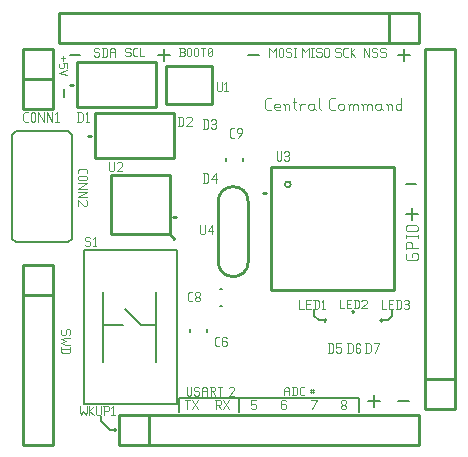
<source format=gto>
G04 This is an RS-274x file exported by *
G04 gerbv version 2.6.0 *
G04 More information is available about gerbv at *
G04 http://gerbv.gpleda.org/ *
G04 --End of header info--*
%MOIN*%
%FSLAX34Y34*%
%IPPOS*%
G04 --Define apertures--*
%ADD10C,0.0050*%
%ADD11C,0.0100*%
%ADD12C,0.0040*%
%ADD13C,0.0061*%
%ADD14C,0.0080*%
%ADD15C,0.0060*%
G04 --Start main section--*
G54D10*
G01X0013550Y0008100D02*
G01X0013550Y0008500D01*
G01X0013350Y0008300D02*
G01X0013750Y0008300D01*
G01X0013300Y0013400D02*
G01X0013300Y0013800D01*
G01X0013100Y0013600D02*
G01X0013500Y0013600D01*
G01X0013350Y0009300D02*
G01X0013700Y0009300D01*
G01X0005300Y0013400D02*
G01X0005300Y0013800D01*
G54D11*
G01X0005600Y0008200D02*
G01X0005700Y0008200D01*
G54D10*
G01X0005100Y0013600D02*
G01X0005500Y0013600D01*
G01X0002150Y0013600D02*
G01X0002500Y0013600D01*
G01X0001950Y0012450D02*
G01X0001950Y0012200D01*
G54D11*
G01X0002150Y0012600D02*
G01X0002250Y0012600D01*
G01X0002750Y0010900D02*
G01X0002850Y0010900D01*
G54D10*
G01X0008100Y0013600D02*
G01X0008450Y0013600D01*
G54D11*
G01X0008700Y0009000D02*
G01X0008600Y0009000D01*
G54D10*
G01X0005800Y0001700D02*
G01X0005800Y0002150D01*
G01X0007800Y0002150D02*
G01X0007800Y0001700D01*
G01X0005800Y0002150D02*
G01X0011800Y0002150D01*
G01X0003200Y0001550D02*
G01X0003200Y0001400D01*
G01X0003200Y0001400D02*
G01X0003500Y0001100D01*
G01X0003500Y0001100D02*
G01X0003700Y0001100D01*
G01X0003700Y0001100D02*
G01X0003650Y0001150D01*
G01X0003700Y0001100D02*
G01X0003650Y0001050D01*
G01X0012300Y0001850D02*
G01X0012300Y0002250D01*
G01X0011800Y0002150D02*
G01X0011800Y0001700D01*
G01X0012100Y0002050D02*
G01X0012500Y0002050D01*
G01X0013100Y0002050D02*
G01X0013450Y0002050D01*
G01X0011600Y0005100D02*
G01X0011600Y0005000D01*
G01X0011600Y0005000D02*
G01X0011650Y0005050D01*
G01X0011600Y0005000D02*
G01X0011550Y0005050D01*
G01X0010300Y0005100D02*
G01X0010300Y0004900D01*
G01X0010300Y0004900D02*
G01X0010450Y0004750D01*
G01X0010450Y0004750D02*
G01X0010700Y0004750D01*
G01X0010700Y0004750D02*
G01X0010650Y0004800D01*
G01X0010700Y0004750D02*
G01X0010650Y0004700D01*
G01X0012900Y0005100D02*
G01X0012900Y0004900D01*
G01X0012900Y0004900D02*
G01X0012750Y0004750D01*
G01X0012750Y0004750D02*
G01X0012500Y0004750D01*
G01X0012500Y0004750D02*
G01X0012550Y0004800D01*
G01X0012500Y0004750D02*
G01X0012550Y0004700D01*
G54D12*
G01X0012550Y0005426D02*
G01X0012550Y0005130D01*
G01X0012550Y0005130D02*
G01X0012698Y0005130D01*
G01X0012787Y0005293D02*
G01X0012898Y0005293D01*
G01X0012787Y0005130D02*
G01X0012935Y0005130D01*
G01X0012787Y0005426D02*
G01X0012787Y0005130D01*
G01X0012787Y0005426D02*
G01X0012935Y0005426D01*
G01X0013061Y0005426D02*
G01X0013061Y0005130D01*
G01X0013157Y0005426D02*
G01X0013209Y0005374D01*
G01X0013209Y0005374D02*
G01X0013209Y0005182D01*
G01X0013157Y0005130D02*
G01X0013209Y0005182D01*
G01X0013024Y0005130D02*
G01X0013157Y0005130D01*
G01X0013024Y0005426D02*
G01X0013157Y0005426D01*
G01X0013297Y0005389D02*
G01X0013334Y0005426D01*
G01X0013334Y0005426D02*
G01X0013408Y0005426D01*
G01X0013408Y0005426D02*
G01X0013445Y0005389D01*
G01X0013408Y0005130D02*
G01X0013445Y0005167D01*
G01X0013334Y0005130D02*
G01X0013408Y0005130D01*
G01X0013297Y0005167D02*
G01X0013334Y0005130D01*
G01X0013334Y0005293D02*
G01X0013408Y0005293D01*
G01X0013445Y0005389D02*
G01X0013445Y0005330D01*
G01X0013445Y0005256D02*
G01X0013445Y0005167D01*
G01X0013445Y0005256D02*
G01X0013408Y0005293D01*
G01X0013445Y0005330D02*
G01X0013408Y0005293D01*
G01X0009800Y0005426D02*
G01X0009800Y0005130D01*
G01X0009800Y0005130D02*
G01X0009948Y0005130D01*
G01X0010037Y0005293D02*
G01X0010148Y0005293D01*
G01X0010037Y0005130D02*
G01X0010185Y0005130D01*
G01X0010037Y0005426D02*
G01X0010037Y0005130D01*
G01X0010037Y0005426D02*
G01X0010185Y0005426D01*
G01X0010311Y0005426D02*
G01X0010311Y0005130D01*
G01X0010407Y0005426D02*
G01X0010459Y0005374D01*
G01X0010459Y0005374D02*
G01X0010459Y0005182D01*
G01X0010407Y0005130D02*
G01X0010459Y0005182D01*
G01X0010274Y0005130D02*
G01X0010407Y0005130D01*
G01X0010274Y0005426D02*
G01X0010407Y0005426D01*
G01X0010547Y0005367D02*
G01X0010607Y0005426D01*
G01X0010607Y0005426D02*
G01X0010607Y0005130D01*
G01X0010547Y0005130D02*
G01X0010658Y0005130D01*
G01X0011150Y0005428D02*
G01X0011150Y0005140D01*
G01X0011150Y0005140D02*
G01X0011294Y0005140D01*
G01X0011380Y0005298D02*
G01X0011488Y0005298D01*
G01X0011380Y0005140D02*
G01X0011524Y0005140D01*
G01X0011380Y0005428D02*
G01X0011380Y0005140D01*
G01X0011380Y0005428D02*
G01X0011524Y0005428D01*
G01X0011647Y0005428D02*
G01X0011647Y0005140D01*
G01X0011740Y0005428D02*
G01X0011791Y0005378D01*
G01X0011791Y0005378D02*
G01X0011791Y0005190D01*
G01X0011740Y0005140D02*
G01X0011791Y0005190D01*
G01X0011611Y0005140D02*
G01X0011740Y0005140D01*
G01X0011611Y0005428D02*
G01X0011740Y0005428D01*
G01X0011877Y0005392D02*
G01X0011913Y0005428D01*
G01X0011913Y0005428D02*
G01X0012021Y0005428D01*
G01X0012021Y0005428D02*
G01X0012057Y0005392D01*
G01X0012057Y0005392D02*
G01X0012057Y0005320D01*
G01X0011877Y0005140D02*
G01X0012057Y0005320D01*
G01X0011877Y0005140D02*
G01X0012057Y0005140D01*
G01X0008200Y0002076D02*
G01X0008348Y0002076D01*
G01X0008200Y0002076D02*
G01X0008200Y0001928D01*
G01X0008200Y0001928D02*
G01X0008237Y0001965D01*
G01X0008237Y0001965D02*
G01X0008311Y0001965D01*
G01X0008311Y0001965D02*
G01X0008348Y0001928D01*
G01X0008348Y0001928D02*
G01X0008348Y0001817D01*
G01X0008311Y0001780D02*
G01X0008348Y0001817D01*
G01X0008237Y0001780D02*
G01X0008311Y0001780D01*
G01X0008200Y0001817D02*
G01X0008237Y0001780D01*
G01X0006000Y0002076D02*
G01X0006148Y0002076D01*
G01X0006074Y0002076D02*
G01X0006074Y0001780D01*
G01X0006237Y0001780D02*
G01X0006422Y0002076D01*
G01X0006237Y0002076D02*
G01X0006422Y0001780D01*
G01X0007000Y0002076D02*
G01X0007148Y0002076D01*
G01X0007148Y0002076D02*
G01X0007185Y0002039D01*
G01X0007185Y0002039D02*
G01X0007185Y0001965D01*
G01X0007148Y0001928D02*
G01X0007185Y0001965D01*
G01X0007037Y0001928D02*
G01X0007148Y0001928D01*
G01X0007037Y0002076D02*
G01X0007037Y0001780D01*
G01X0007096Y0001928D02*
G01X0007185Y0001780D01*
G01X0007274Y0001780D02*
G01X0007459Y0002076D01*
G01X0007274Y0002076D02*
G01X0007459Y0001780D01*
G01X0006050Y0002527D02*
G01X0006050Y0002272D01*
G01X0006050Y0002272D02*
G01X0006087Y0002235D01*
G01X0006087Y0002235D02*
G01X0006160Y0002235D01*
G01X0006160Y0002235D02*
G01X0006196Y0002272D01*
G01X0006196Y0002527D02*
G01X0006196Y0002272D01*
G01X0006430Y0002527D02*
G01X0006466Y0002491D01*
G01X0006320Y0002527D02*
G01X0006430Y0002527D01*
G01X0006284Y0002491D02*
G01X0006320Y0002527D01*
G01X0006284Y0002491D02*
G01X0006284Y0002418D01*
G01X0006284Y0002418D02*
G01X0006320Y0002381D01*
G01X0006320Y0002381D02*
G01X0006430Y0002381D01*
G01X0006430Y0002381D02*
G01X0006466Y0002345D01*
G01X0006466Y0002345D02*
G01X0006466Y0002272D01*
G01X0006430Y0002235D02*
G01X0006466Y0002272D01*
G01X0006320Y0002235D02*
G01X0006430Y0002235D01*
G01X0006284Y0002272D02*
G01X0006320Y0002235D01*
G01X0006554Y0002454D02*
G01X0006554Y0002235D01*
G01X0006554Y0002454D02*
G01X0006605Y0002527D01*
G01X0006605Y0002527D02*
G01X0006685Y0002527D01*
G01X0006685Y0002527D02*
G01X0006736Y0002454D01*
G01X0006736Y0002454D02*
G01X0006736Y0002235D01*
G01X0006554Y0002381D02*
G01X0006736Y0002381D01*
G01X0006824Y0002527D02*
G01X0006970Y0002527D01*
G01X0006970Y0002527D02*
G01X0007006Y0002491D01*
G01X0007006Y0002491D02*
G01X0007006Y0002418D01*
G01X0006970Y0002381D02*
G01X0007006Y0002418D01*
G01X0006860Y0002381D02*
G01X0006970Y0002381D01*
G01X0006860Y0002527D02*
G01X0006860Y0002235D01*
G01X0006919Y0002381D02*
G01X0007006Y0002235D01*
G01X0007094Y0002527D02*
G01X0007240Y0002527D01*
G01X0007167Y0002527D02*
G01X0007167Y0002235D01*
G01X0007459Y0002491D02*
G01X0007495Y0002527D01*
G01X0007495Y0002527D02*
G01X0007605Y0002527D01*
G01X0007605Y0002527D02*
G01X0007641Y0002491D01*
G01X0007641Y0002491D02*
G01X0007641Y0002418D01*
G01X0007459Y0002235D02*
G01X0007641Y0002418D01*
G01X0007459Y0002235D02*
G01X0007641Y0002235D01*
G01X0009311Y0002076D02*
G01X0009348Y0002039D01*
G01X0009237Y0002076D02*
G01X0009311Y0002076D01*
G01X0009200Y0002039D02*
G01X0009237Y0002076D01*
G01X0009200Y0002039D02*
G01X0009200Y0001817D01*
G01X0009200Y0001817D02*
G01X0009237Y0001780D01*
G01X0009311Y0001943D02*
G01X0009348Y0001906D01*
G01X0009200Y0001943D02*
G01X0009311Y0001943D01*
G01X0009237Y0001780D02*
G01X0009311Y0001780D01*
G01X0009311Y0001780D02*
G01X0009348Y0001817D01*
G01X0009348Y0001906D02*
G01X0009348Y0001817D01*
G01X0010236Y0001795D02*
G01X0010378Y0002079D01*
G01X0010200Y0002079D02*
G01X0010378Y0002079D01*
G01X0011200Y0001817D02*
G01X0011237Y0001780D01*
G01X0011200Y0001876D02*
G01X0011200Y0001817D01*
G01X0011200Y0001876D02*
G01X0011252Y0001928D01*
G01X0011252Y0001928D02*
G01X0011296Y0001928D01*
G01X0011296Y0001928D02*
G01X0011348Y0001876D01*
G01X0011348Y0001876D02*
G01X0011348Y0001817D01*
G01X0011311Y0001780D02*
G01X0011348Y0001817D01*
G01X0011237Y0001780D02*
G01X0011311Y0001780D01*
G01X0011200Y0001980D02*
G01X0011252Y0001928D01*
G01X0011200Y0002039D02*
G01X0011200Y0001980D01*
G01X0011200Y0002039D02*
G01X0011237Y0002076D01*
G01X0011237Y0002076D02*
G01X0011311Y0002076D01*
G01X0011311Y0002076D02*
G01X0011348Y0002039D01*
G01X0011348Y0002039D02*
G01X0011348Y0001980D01*
G01X0011296Y0001928D02*
G01X0011348Y0001980D01*
G01X0009300Y0002460D02*
G01X0009300Y0002250D01*
G01X0009300Y0002460D02*
G01X0009349Y0002530D01*
G01X0009349Y0002530D02*
G01X0009426Y0002530D01*
G01X0009426Y0002530D02*
G01X0009475Y0002460D01*
G01X0009475Y0002460D02*
G01X0009475Y0002250D01*
G01X0009300Y0002390D02*
G01X0009475Y0002390D01*
G01X0009594Y0002530D02*
G01X0009594Y0002250D01*
G01X0009685Y0002530D02*
G01X0009734Y0002481D01*
G01X0009734Y0002481D02*
G01X0009734Y0002299D01*
G01X0009685Y0002250D02*
G01X0009734Y0002299D01*
G01X0009559Y0002250D02*
G01X0009685Y0002250D01*
G01X0009559Y0002530D02*
G01X0009685Y0002530D01*
G01X0009867Y0002250D02*
G01X0009958Y0002250D01*
G01X0009818Y0002299D02*
G01X0009867Y0002250D01*
G01X0009818Y0002481D02*
G01X0009818Y0002299D01*
G01X0009818Y0002481D02*
G01X0009867Y0002530D01*
G01X0009867Y0002530D02*
G01X0009958Y0002530D01*
G01X0010168Y0002355D02*
G01X0010308Y0002355D01*
G01X0010168Y0002425D02*
G01X0010308Y0002425D01*
G01X0010273Y0002460D02*
G01X0010273Y0002320D01*
G01X0010203Y0002460D02*
G01X0010203Y0002320D01*
G01X0002500Y0001877D02*
G01X0002500Y0001731D01*
G01X0002500Y0001731D02*
G01X0002537Y0001585D01*
G01X0002537Y0001585D02*
G01X0002610Y0001731D01*
G01X0002610Y0001731D02*
G01X0002683Y0001585D01*
G01X0002683Y0001585D02*
G01X0002719Y0001731D01*
G01X0002719Y0001877D02*
G01X0002719Y0001731D01*
G01X0002807Y0001877D02*
G01X0002807Y0001585D01*
G01X0002807Y0001731D02*
G01X0002953Y0001877D01*
G01X0002807Y0001731D02*
G01X0002953Y0001585D01*
G01X0003040Y0001877D02*
G01X0003040Y0001621D01*
G01X0003040Y0001621D02*
G01X0003077Y0001585D01*
G01X0003077Y0001585D02*
G01X0003150Y0001585D01*
G01X0003150Y0001585D02*
G01X0003186Y0001621D01*
G01X0003186Y0001877D02*
G01X0003186Y0001621D01*
G01X0003310Y0001877D02*
G01X0003310Y0001585D01*
G01X0003274Y0001877D02*
G01X0003420Y0001877D01*
G01X0003420Y0001877D02*
G01X0003456Y0001841D01*
G01X0003456Y0001841D02*
G01X0003456Y0001768D01*
G01X0003420Y0001731D02*
G01X0003456Y0001768D01*
G01X0003310Y0001731D02*
G01X0003420Y0001731D01*
G01X0003544Y0001819D02*
G01X0003602Y0001877D01*
G01X0003602Y0001877D02*
G01X0003602Y0001585D01*
G01X0003544Y0001585D02*
G01X0003653Y0001585D01*
G01X0001928Y0013550D02*
G01X0001928Y0013402D01*
G01X0001854Y0013476D02*
G01X0002002Y0013476D01*
G01X0002076Y0013313D02*
G01X0002076Y0013165D01*
G01X0001928Y0013313D02*
G01X0002076Y0013313D01*
G01X0001928Y0013313D02*
G01X0001965Y0013276D01*
G01X0001965Y0013276D02*
G01X0001965Y0013202D01*
G01X0001965Y0013202D02*
G01X0001928Y0013165D01*
G01X0001817Y0013165D02*
G01X0001928Y0013165D01*
G01X0001780Y0013202D02*
G01X0001817Y0013165D01*
G01X0001780Y0013276D02*
G01X0001780Y0013202D01*
G01X0001817Y0013313D02*
G01X0001780Y0013276D01*
G01X0002076Y0013076D02*
G01X0001780Y0013002D01*
G01X0001780Y0013002D02*
G01X0002076Y0012928D01*
G01X0004142Y0013829D02*
G01X0004178Y0013794D01*
G01X0004036Y0013829D02*
G01X0004142Y0013829D01*
G01X0004000Y0013794D02*
G01X0004036Y0013829D01*
G01X0004000Y0013794D02*
G01X0004000Y0013723D01*
G01X0004000Y0013723D02*
G01X0004036Y0013687D01*
G01X0004036Y0013687D02*
G01X0004142Y0013687D01*
G01X0004142Y0013687D02*
G01X0004178Y0013652D01*
G01X0004178Y0013652D02*
G01X0004178Y0013581D01*
G01X0004142Y0013545D02*
G01X0004178Y0013581D01*
G01X0004036Y0013545D02*
G01X0004142Y0013545D01*
G01X0004000Y0013581D02*
G01X0004036Y0013545D01*
G01X0004312Y0013545D02*
G01X0004405Y0013545D01*
G01X0004263Y0013595D02*
G01X0004312Y0013545D01*
G01X0004263Y0013779D02*
G01X0004263Y0013595D01*
G01X0004263Y0013779D02*
G01X0004312Y0013829D01*
G01X0004312Y0013829D02*
G01X0004405Y0013829D01*
G01X0004490Y0013829D02*
G01X0004490Y0013545D01*
G01X0004490Y0013545D02*
G01X0004632Y0013545D01*
G01X0003096Y0013827D02*
G01X0003132Y0013791D01*
G01X0002987Y0013827D02*
G01X0003096Y0013827D01*
G01X0002950Y0013791D02*
G01X0002987Y0013827D01*
G01X0002950Y0013791D02*
G01X0002950Y0013718D01*
G01X0002950Y0013718D02*
G01X0002987Y0013681D01*
G01X0002987Y0013681D02*
G01X0003096Y0013681D01*
G01X0003096Y0013681D02*
G01X0003132Y0013645D01*
G01X0003132Y0013645D02*
G01X0003132Y0013572D01*
G01X0003096Y0013535D02*
G01X0003132Y0013572D01*
G01X0002987Y0013535D02*
G01X0003096Y0013535D01*
G01X0002950Y0013572D02*
G01X0002987Y0013535D01*
G01X0003257Y0013827D02*
G01X0003257Y0013535D01*
G01X0003352Y0013827D02*
G01X0003403Y0013776D01*
G01X0003403Y0013776D02*
G01X0003403Y0013586D01*
G01X0003352Y0013535D02*
G01X0003403Y0013586D01*
G01X0003220Y0013535D02*
G01X0003352Y0013535D01*
G01X0003220Y0013827D02*
G01X0003352Y0013827D01*
G01X0003490Y0013754D02*
G01X0003490Y0013535D01*
G01X0003490Y0013754D02*
G01X0003541Y0013827D01*
G01X0003541Y0013827D02*
G01X0003622Y0013827D01*
G01X0003622Y0013827D02*
G01X0003673Y0013754D01*
G01X0003673Y0013754D02*
G01X0003673Y0013535D01*
G01X0003490Y0013681D02*
G01X0003673Y0013681D01*
G01X0008800Y0013826D02*
G01X0008800Y0013530D01*
G01X0008800Y0013826D02*
G01X0008911Y0013678D01*
G01X0008911Y0013678D02*
G01X0009022Y0013826D01*
G01X0009022Y0013826D02*
G01X0009022Y0013530D01*
G01X0009111Y0013789D02*
G01X0009111Y0013567D01*
G01X0009111Y0013789D02*
G01X0009148Y0013826D01*
G01X0009148Y0013826D02*
G01X0009222Y0013826D01*
G01X0009222Y0013826D02*
G01X0009259Y0013789D01*
G01X0009259Y0013789D02*
G01X0009259Y0013567D01*
G01X0009222Y0013530D02*
G01X0009259Y0013567D01*
G01X0009148Y0013530D02*
G01X0009222Y0013530D01*
G01X0009111Y0013567D02*
G01X0009148Y0013530D01*
G01X0009496Y0013826D02*
G01X0009533Y0013789D01*
G01X0009385Y0013826D02*
G01X0009496Y0013826D01*
G01X0009348Y0013789D02*
G01X0009385Y0013826D01*
G01X0009348Y0013789D02*
G01X0009348Y0013715D01*
G01X0009348Y0013715D02*
G01X0009385Y0013678D01*
G01X0009385Y0013678D02*
G01X0009496Y0013678D01*
G01X0009496Y0013678D02*
G01X0009533Y0013641D01*
G01X0009533Y0013641D02*
G01X0009533Y0013567D01*
G01X0009496Y0013530D02*
G01X0009533Y0013567D01*
G01X0009385Y0013530D02*
G01X0009496Y0013530D01*
G01X0009348Y0013567D02*
G01X0009385Y0013530D01*
G01X0009621Y0013826D02*
G01X0009695Y0013826D01*
G01X0009658Y0013826D02*
G01X0009658Y0013530D01*
G01X0009621Y0013530D02*
G01X0009695Y0013530D01*
G01X0005800Y0013540D02*
G01X0005944Y0013540D01*
G01X0005944Y0013540D02*
G01X0005980Y0013576D01*
G01X0005980Y0013662D02*
G01X0005980Y0013576D01*
G01X0005944Y0013698D02*
G01X0005980Y0013662D01*
G01X0005836Y0013698D02*
G01X0005944Y0013698D01*
G01X0005836Y0013828D02*
G01X0005836Y0013540D01*
G01X0005800Y0013828D02*
G01X0005944Y0013828D01*
G01X0005944Y0013828D02*
G01X0005980Y0013792D01*
G01X0005980Y0013792D02*
G01X0005980Y0013734D01*
G01X0005944Y0013698D02*
G01X0005980Y0013734D01*
G01X0006066Y0013792D02*
G01X0006066Y0013576D01*
G01X0006066Y0013792D02*
G01X0006102Y0013828D01*
G01X0006102Y0013828D02*
G01X0006174Y0013828D01*
G01X0006174Y0013828D02*
G01X0006210Y0013792D01*
G01X0006210Y0013792D02*
G01X0006210Y0013576D01*
G01X0006174Y0013540D02*
G01X0006210Y0013576D01*
G01X0006102Y0013540D02*
G01X0006174Y0013540D01*
G01X0006066Y0013576D02*
G01X0006102Y0013540D01*
G01X0006297Y0013792D02*
G01X0006297Y0013576D01*
G01X0006297Y0013792D02*
G01X0006333Y0013828D01*
G01X0006333Y0013828D02*
G01X0006405Y0013828D01*
G01X0006405Y0013828D02*
G01X0006441Y0013792D01*
G01X0006441Y0013792D02*
G01X0006441Y0013576D01*
G01X0006405Y0013540D02*
G01X0006441Y0013576D01*
G01X0006333Y0013540D02*
G01X0006405Y0013540D01*
G01X0006297Y0013576D02*
G01X0006333Y0013540D01*
G01X0006527Y0013828D02*
G01X0006671Y0013828D01*
G01X0006599Y0013828D02*
G01X0006599Y0013540D01*
G01X0006758Y0013576D02*
G01X0006794Y0013540D01*
G01X0006758Y0013792D02*
G01X0006758Y0013576D01*
G01X0006758Y0013792D02*
G01X0006794Y0013828D01*
G01X0006794Y0013828D02*
G01X0006866Y0013828D01*
G01X0006866Y0013828D02*
G01X0006902Y0013792D01*
G01X0006902Y0013792D02*
G01X0006902Y0013576D01*
G01X0006866Y0013540D02*
G01X0006902Y0013576D01*
G01X0006794Y0013540D02*
G01X0006866Y0013540D01*
G01X0006758Y0013612D02*
G01X0006902Y0013756D01*
G01X0009900Y0013827D02*
G01X0009900Y0013535D01*
G01X0009900Y0013827D02*
G01X0010010Y0013681D01*
G01X0010010Y0013681D02*
G01X0010119Y0013827D01*
G01X0010119Y0013827D02*
G01X0010119Y0013535D01*
G01X0010207Y0013827D02*
G01X0010280Y0013827D01*
G01X0010243Y0013827D02*
G01X0010243Y0013535D01*
G01X0010207Y0013535D02*
G01X0010280Y0013535D01*
G01X0010513Y0013827D02*
G01X0010550Y0013791D01*
G01X0010404Y0013827D02*
G01X0010513Y0013827D01*
G01X0010367Y0013791D02*
G01X0010404Y0013827D01*
G01X0010367Y0013791D02*
G01X0010367Y0013718D01*
G01X0010367Y0013718D02*
G01X0010404Y0013681D01*
G01X0010404Y0013681D02*
G01X0010513Y0013681D01*
G01X0010513Y0013681D02*
G01X0010550Y0013645D01*
G01X0010550Y0013645D02*
G01X0010550Y0013572D01*
G01X0010513Y0013535D02*
G01X0010550Y0013572D01*
G01X0010404Y0013535D02*
G01X0010513Y0013535D01*
G01X0010367Y0013572D02*
G01X0010404Y0013535D01*
G01X0010637Y0013791D02*
G01X0010637Y0013572D01*
G01X0010637Y0013791D02*
G01X0010674Y0013827D01*
G01X0010674Y0013827D02*
G01X0010747Y0013827D01*
G01X0010747Y0013827D02*
G01X0010783Y0013791D01*
G01X0010783Y0013791D02*
G01X0010783Y0013572D01*
G01X0010747Y0013535D02*
G01X0010783Y0013572D01*
G01X0010674Y0013535D02*
G01X0010747Y0013535D01*
G01X0010637Y0013572D02*
G01X0010674Y0013535D01*
G01X0011148Y0013826D02*
G01X0011185Y0013789D01*
G01X0011037Y0013826D02*
G01X0011148Y0013826D01*
G01X0011000Y0013789D02*
G01X0011037Y0013826D01*
G01X0011000Y0013789D02*
G01X0011000Y0013715D01*
G01X0011000Y0013715D02*
G01X0011037Y0013678D01*
G01X0011037Y0013678D02*
G01X0011148Y0013678D01*
G01X0011148Y0013678D02*
G01X0011185Y0013641D01*
G01X0011185Y0013641D02*
G01X0011185Y0013567D01*
G01X0011148Y0013530D02*
G01X0011185Y0013567D01*
G01X0011037Y0013530D02*
G01X0011148Y0013530D01*
G01X0011000Y0013567D02*
G01X0011037Y0013530D01*
G01X0011326Y0013530D02*
G01X0011422Y0013530D01*
G01X0011274Y0013582D02*
G01X0011326Y0013530D01*
G01X0011274Y0013774D02*
G01X0011274Y0013582D01*
G01X0011274Y0013774D02*
G01X0011326Y0013826D01*
G01X0011326Y0013826D02*
G01X0011422Y0013826D01*
G01X0011511Y0013826D02*
G01X0011511Y0013530D01*
G01X0011511Y0013678D02*
G01X0011659Y0013826D01*
G01X0011511Y0013678D02*
G01X0011659Y0013530D01*
G01X0011950Y0013826D02*
G01X0011950Y0013530D01*
G01X0011950Y0013826D02*
G01X0012135Y0013530D01*
G01X0012135Y0013826D02*
G01X0012135Y0013530D01*
G01X0012372Y0013826D02*
G01X0012409Y0013789D01*
G01X0012261Y0013826D02*
G01X0012372Y0013826D01*
G01X0012224Y0013789D02*
G01X0012261Y0013826D01*
G01X0012224Y0013789D02*
G01X0012224Y0013715D01*
G01X0012224Y0013715D02*
G01X0012261Y0013678D01*
G01X0012261Y0013678D02*
G01X0012372Y0013678D01*
G01X0012372Y0013678D02*
G01X0012409Y0013641D01*
G01X0012409Y0013641D02*
G01X0012409Y0013567D01*
G01X0012372Y0013530D02*
G01X0012409Y0013567D01*
G01X0012261Y0013530D02*
G01X0012372Y0013530D01*
G01X0012224Y0013567D02*
G01X0012261Y0013530D01*
G01X0012646Y0013826D02*
G01X0012683Y0013789D01*
G01X0012535Y0013826D02*
G01X0012646Y0013826D01*
G01X0012498Y0013789D02*
G01X0012535Y0013826D01*
G01X0012498Y0013789D02*
G01X0012498Y0013715D01*
G01X0012498Y0013715D02*
G01X0012535Y0013678D01*
G01X0012535Y0013678D02*
G01X0012646Y0013678D01*
G01X0012646Y0013678D02*
G01X0012683Y0013641D01*
G01X0012683Y0013641D02*
G01X0012683Y0013567D01*
G01X0012646Y0013530D02*
G01X0012683Y0013567D01*
G01X0012535Y0013530D02*
G01X0012646Y0013530D01*
G01X0012498Y0013567D02*
G01X0012535Y0013530D01*
G01X0008719Y0011760D02*
G01X0008846Y0011760D01*
G01X0008650Y0011829D02*
G01X0008719Y0011760D01*
G01X0008650Y0012083D02*
G01X0008650Y0011829D01*
G01X0008650Y0012083D02*
G01X0008719Y0012152D01*
G01X0008719Y0012152D02*
G01X0008846Y0012152D01*
G01X0009013Y0011760D02*
G01X0009160Y0011760D01*
G01X0008964Y0011809D02*
G01X0009013Y0011760D01*
G01X0008964Y0011907D02*
G01X0008964Y0011809D01*
G01X0008964Y0011907D02*
G01X0009013Y0011956D01*
G01X0009013Y0011956D02*
G01X0009111Y0011956D01*
G01X0009111Y0011956D02*
G01X0009160Y0011907D01*
G01X0008964Y0011858D02*
G01X0009160Y0011858D01*
G01X0009160Y0011907D02*
G01X0009160Y0011858D01*
G01X0009326Y0011907D02*
G01X0009326Y0011760D01*
G01X0009326Y0011907D02*
G01X0009375Y0011956D01*
G01X0009375Y0011956D02*
G01X0009424Y0011956D01*
G01X0009424Y0011956D02*
G01X0009473Y0011907D01*
G01X0009473Y0011907D02*
G01X0009473Y0011760D01*
G01X0009277Y0011956D02*
G01X0009326Y0011907D01*
G01X0009640Y0012152D02*
G01X0009640Y0011809D01*
G01X0009640Y0011809D02*
G01X0009689Y0011760D01*
G01X0009591Y0012005D02*
G01X0009689Y0012005D01*
G01X0009836Y0011907D02*
G01X0009836Y0011760D01*
G01X0009836Y0011907D02*
G01X0009885Y0011956D01*
G01X0009885Y0011956D02*
G01X0009983Y0011956D01*
G01X0009787Y0011956D02*
G01X0009836Y0011907D01*
G01X0010247Y0011956D02*
G01X0010296Y0011907D01*
G01X0010149Y0011956D02*
G01X0010247Y0011956D01*
G01X0010100Y0011907D02*
G01X0010149Y0011956D01*
G01X0010100Y0011907D02*
G01X0010100Y0011809D01*
G01X0010100Y0011809D02*
G01X0010149Y0011760D01*
G01X0010296Y0011956D02*
G01X0010296Y0011809D01*
G01X0010296Y0011809D02*
G01X0010345Y0011760D01*
G01X0010149Y0011760D02*
G01X0010247Y0011760D01*
G01X0010247Y0011760D02*
G01X0010296Y0011809D01*
G01X0010463Y0012152D02*
G01X0010463Y0011809D01*
G01X0010463Y0011809D02*
G01X0010512Y0011760D01*
G01X0010855Y0011760D02*
G01X0010982Y0011760D01*
G01X0010786Y0011829D02*
G01X0010855Y0011760D01*
G01X0010786Y0012083D02*
G01X0010786Y0011829D01*
G01X0010786Y0012083D02*
G01X0010855Y0012152D01*
G01X0010855Y0012152D02*
G01X0010982Y0012152D01*
G01X0011100Y0011907D02*
G01X0011100Y0011809D01*
G01X0011100Y0011907D02*
G01X0011149Y0011956D01*
G01X0011149Y0011956D02*
G01X0011247Y0011956D01*
G01X0011247Y0011956D02*
G01X0011296Y0011907D01*
G01X0011296Y0011907D02*
G01X0011296Y0011809D01*
G01X0011247Y0011760D02*
G01X0011296Y0011809D01*
G01X0011149Y0011760D02*
G01X0011247Y0011760D01*
G01X0011100Y0011809D02*
G01X0011149Y0011760D01*
G01X0011463Y0011907D02*
G01X0011463Y0011760D01*
G01X0011463Y0011907D02*
G01X0011512Y0011956D01*
G01X0011512Y0011956D02*
G01X0011561Y0011956D01*
G01X0011561Y0011956D02*
G01X0011610Y0011907D01*
G01X0011610Y0011907D02*
G01X0011610Y0011760D01*
G01X0011610Y0011907D02*
G01X0011659Y0011956D01*
G01X0011659Y0011956D02*
G01X0011708Y0011956D01*
G01X0011708Y0011956D02*
G01X0011757Y0011907D01*
G01X0011757Y0011907D02*
G01X0011757Y0011760D01*
G01X0011414Y0011956D02*
G01X0011463Y0011907D01*
G01X0011923Y0011907D02*
G01X0011923Y0011760D01*
G01X0011923Y0011907D02*
G01X0011972Y0011956D01*
G01X0011972Y0011956D02*
G01X0012021Y0011956D01*
G01X0012021Y0011956D02*
G01X0012070Y0011907D01*
G01X0012070Y0011907D02*
G01X0012070Y0011760D01*
G01X0012070Y0011907D02*
G01X0012119Y0011956D01*
G01X0012119Y0011956D02*
G01X0012168Y0011956D01*
G01X0012168Y0011956D02*
G01X0012217Y0011907D01*
G01X0012217Y0011907D02*
G01X0012217Y0011760D01*
G01X0011874Y0011956D02*
G01X0011923Y0011907D01*
G01X0012482Y0011956D02*
G01X0012531Y0011907D01*
G01X0012384Y0011956D02*
G01X0012482Y0011956D01*
G01X0012335Y0011907D02*
G01X0012384Y0011956D01*
G01X0012335Y0011907D02*
G01X0012335Y0011809D01*
G01X0012335Y0011809D02*
G01X0012384Y0011760D01*
G01X0012531Y0011956D02*
G01X0012531Y0011809D01*
G01X0012531Y0011809D02*
G01X0012580Y0011760D01*
G01X0012384Y0011760D02*
G01X0012482Y0011760D01*
G01X0012482Y0011760D02*
G01X0012531Y0011809D01*
G01X0012746Y0011907D02*
G01X0012746Y0011760D01*
G01X0012746Y0011907D02*
G01X0012795Y0011956D01*
G01X0012795Y0011956D02*
G01X0012844Y0011956D01*
G01X0012844Y0011956D02*
G01X0012893Y0011907D01*
G01X0012893Y0011907D02*
G01X0012893Y0011760D01*
G01X0012697Y0011956D02*
G01X0012746Y0011907D01*
G01X0013207Y0012152D02*
G01X0013207Y0011760D01*
G01X0013158Y0011760D02*
G01X0013207Y0011809D01*
G01X0013060Y0011760D02*
G01X0013158Y0011760D01*
G01X0013011Y0011809D02*
G01X0013060Y0011760D01*
G01X0013011Y0011907D02*
G01X0013011Y0011809D01*
G01X0013011Y0011907D02*
G01X0013060Y0011956D01*
G01X0013060Y0011956D02*
G01X0013158Y0011956D01*
G01X0013158Y0011956D02*
G01X0013207Y0011907D01*
G54D11*
G01X0003514Y0009586D02*
G01X0003514Y0007614D01*
G01X0003514Y0007614D02*
G01X0005486Y0007614D01*
G01X0005486Y0009586D02*
G01X0005486Y0007614D01*
G01X0003514Y0009586D02*
G01X0005486Y0009586D01*
G01X0005486Y0007614D02*
G01X0005636Y0007464D01*
G01X0015000Y0013800D02*
G01X0015000Y0001800D01*
G01X0014000Y0013800D02*
G01X0015000Y0013800D01*
G01X0014000Y0013800D02*
G01X0014000Y0001800D01*
G01X0014000Y0001800D02*
G01X0015000Y0001800D01*
G01X0014000Y0002800D02*
G01X0015000Y0002800D01*
G01X0014000Y0002800D02*
G01X0014000Y0001800D01*
G01X0003800Y0000600D02*
G01X0013800Y0000600D01*
G01X0013800Y0001600D02*
G01X0013800Y0000600D01*
G01X0003800Y0001600D02*
G01X0013800Y0001600D01*
G01X0003800Y0001600D02*
G01X0003800Y0000600D01*
G01X0004800Y0001600D02*
G01X0004800Y0000600D01*
G01X0003800Y0001600D02*
G01X0004800Y0001600D01*
G01X0008850Y0009850D02*
G01X0012950Y0009850D01*
G01X0012950Y0009850D02*
G01X0012950Y0005750D01*
G01X0012950Y0005750D02*
G01X0008850Y0005750D01*
G01X0008850Y0005750D02*
G01X0008850Y0009850D01*
G54D13*
G01X0009325Y0009276D02*
G75*
G03X0009325Y0009276I0000098J0000000D01*
G54D14*
G01X0006175Y0004439D02*
G01X0006175Y0004361D01*
G01X0006726Y0004439D02*
G01X0006726Y0004361D01*
G54D11*
G01X0000600Y0006600D02*
G01X0000600Y0000600D01*
G01X0000600Y0000600D02*
G01X0001600Y0000600D01*
G01X0001600Y0000600D02*
G01X0001600Y0006600D01*
G01X0001600Y0006600D02*
G01X0000600Y0006600D01*
G01X0000600Y0005600D02*
G01X0001600Y0005600D01*
G01X0001600Y0005600D02*
G01X0001600Y0006600D01*
G01X0007100Y0008700D02*
G01X0007100Y0006700D01*
G01X0008100Y0008700D02*
G01X0008100Y0006700D01*
G01X0008100Y0008700D02*
G75*
G03X0007100Y0008700I-000500J0000000D01*
G01X0007100Y0006700D02*
G75*
G03X0008100Y0006700I0000500J0000000D01*
G54D14*
G01X0007926Y0010139D02*
G01X0007926Y0010061D01*
G01X0007375Y0010139D02*
G01X0007375Y0010061D01*
G54D10*
G01X0004515Y0004600D02*
G01X0004003Y0005112D01*
G01X0005027Y0004600D02*
G01X0004515Y0004600D01*
G01X0003255Y0004600D02*
G01X0003924Y0004600D01*
G01X0003255Y0005702D02*
G01X0003255Y0003340D01*
G01X0005027Y0005702D02*
G01X0005027Y0003340D01*
G01X0002625Y0001962D02*
G01X0002625Y0007080D01*
G01X0005735Y0001962D02*
G01X0002625Y0001962D01*
G01X0005735Y0007080D02*
G01X0005735Y0001962D01*
G01X0002625Y0007080D02*
G01X0005735Y0007080D01*
G54D14*
G01X0007161Y0005776D02*
G01X0007239Y0005776D01*
G01X0007161Y0005225D02*
G01X0007239Y0005225D01*
G54D15*
G01X0000347Y0011050D02*
G01X0002099Y0011050D01*
G01X0000229Y0010932D02*
G01X0000347Y0011050D01*
G01X0000229Y0010932D02*
G01X0000229Y0007468D01*
G01X0000347Y0007350D02*
G01X0000229Y0007468D01*
G01X0000347Y0007350D02*
G01X0002099Y0007350D01*
G01X0002217Y0007468D02*
G01X0002099Y0007350D01*
G01X0002217Y0010932D02*
G01X0002217Y0007468D01*
G01X0002099Y0011050D02*
G01X0002217Y0010932D01*
G54D11*
G01X0001800Y0015000D02*
G01X0013800Y0015000D01*
G01X0001800Y0015000D02*
G01X0001800Y0014000D01*
G01X0001800Y0014000D02*
G01X0013800Y0014000D01*
G01X0013800Y0015000D02*
G01X0013800Y0014000D01*
G01X0012800Y0015000D02*
G01X0012800Y0014000D01*
G01X0012800Y0014000D02*
G01X0013800Y0014000D01*
G01X0005619Y0010152D02*
G01X0002981Y0010152D01*
G01X0002981Y0010152D02*
G01X0002981Y0011648D01*
G01X0002981Y0011648D02*
G01X0005619Y0011648D01*
G01X0005619Y0011648D02*
G01X0005619Y0010152D01*
G01X0005357Y0013230D02*
G01X0005500Y0013230D01*
G01X0005500Y0013230D02*
G01X0005500Y0013230D01*
G01X0005357Y0011950D02*
G01X0005500Y0011950D01*
G01X0005357Y0013230D02*
G01X0005357Y0011950D01*
G01X0005500Y0013230D02*
G01X0006890Y0013230D01*
G01X0006890Y0013230D02*
G01X0006890Y0011950D01*
G01X0005500Y0011950D02*
G01X0006890Y0011950D01*
G01X0005019Y0011852D02*
G01X0002381Y0011852D01*
G01X0002381Y0011852D02*
G01X0002381Y0013348D01*
G01X0002381Y0013348D02*
G01X0005019Y0013348D01*
G01X0005019Y0013348D02*
G01X0005019Y0011852D01*
G01X0000600Y0013800D02*
G01X0000600Y0011800D01*
G01X0000600Y0011800D02*
G01X0001600Y0011800D01*
G01X0001600Y0011800D02*
G01X0001600Y0013800D01*
G01X0001600Y0013800D02*
G01X0000600Y0013800D01*
G01X0000600Y0012800D02*
G01X0001600Y0012800D01*
G01X0001600Y0012800D02*
G01X0001600Y0013800D01*
G54D12*
G01X0002173Y0004296D02*
G01X0002135Y0004258D01*
G01X0002173Y0004412D02*
G01X0002173Y0004296D01*
G01X0002135Y0004450D02*
G01X0002173Y0004412D01*
G01X0002058Y0004450D02*
G01X0002135Y0004450D01*
G01X0002058Y0004450D02*
G01X0002019Y0004412D01*
G01X0002019Y0004412D02*
G01X0002019Y0004296D01*
G01X0002019Y0004296D02*
G01X0001981Y0004258D01*
G01X0001904Y0004258D02*
G01X0001981Y0004258D01*
G01X0001865Y0004296D02*
G01X0001904Y0004258D01*
G01X0001865Y0004412D02*
G01X0001865Y0004296D01*
G01X0001904Y0004450D02*
G01X0001865Y0004412D01*
G01X0002019Y0004165D02*
G01X0002173Y0004165D01*
G01X0002019Y0004165D02*
G01X0001865Y0004127D01*
G01X0001865Y0004127D02*
G01X0002019Y0004050D01*
G01X0002019Y0004050D02*
G01X0001865Y0003973D01*
G01X0001865Y0003973D02*
G01X0002019Y0003934D01*
G01X0002019Y0003934D02*
G01X0002173Y0003934D01*
G01X0001865Y0003803D02*
G01X0002173Y0003803D01*
G01X0002173Y0003703D02*
G01X0002119Y0003649D01*
G01X0001919Y0003649D02*
G01X0002119Y0003649D01*
G01X0001865Y0003703D02*
G01X0001919Y0003649D01*
G01X0001865Y0003842D02*
G01X0001865Y0003703D01*
G01X0002173Y0003842D02*
G01X0002173Y0003703D01*
G01X0007038Y0003885D02*
G01X0007137Y0003885D01*
G01X0006985Y0003938D02*
G01X0007038Y0003885D01*
G01X0006985Y0004136D02*
G01X0006985Y0003938D01*
G01X0006985Y0004136D02*
G01X0007038Y0004189D01*
G01X0007038Y0004189D02*
G01X0007137Y0004189D01*
G01X0007342Y0004189D02*
G01X0007380Y0004151D01*
G01X0007266Y0004189D02*
G01X0007342Y0004189D01*
G01X0007228Y0004151D02*
G01X0007266Y0004189D01*
G01X0007228Y0004151D02*
G01X0007228Y0003923D01*
G01X0007228Y0003923D02*
G01X0007266Y0003885D01*
G01X0007342Y0004052D02*
G01X0007380Y0004014D01*
G01X0007228Y0004052D02*
G01X0007342Y0004052D01*
G01X0007266Y0003885D02*
G01X0007342Y0003885D01*
G01X0007342Y0003885D02*
G01X0007380Y0003923D01*
G01X0007380Y0004014D02*
G01X0007380Y0003923D01*
G01X0006500Y0007923D02*
G01X0006500Y0007654D01*
G01X0006500Y0007654D02*
G01X0006539Y0007615D01*
G01X0006539Y0007615D02*
G01X0006616Y0007615D01*
G01X0006616Y0007615D02*
G01X0006654Y0007654D01*
G01X0006654Y0007923D02*
G01X0006654Y0007654D01*
G01X0006746Y0007731D02*
G01X0006900Y0007923D01*
G01X0006746Y0007731D02*
G01X0006939Y0007731D01*
G01X0006900Y0007923D02*
G01X0006900Y0007615D01*
G01X0006139Y0005380D02*
G01X0006239Y0005380D01*
G01X0006085Y0005434D02*
G01X0006139Y0005380D01*
G01X0006085Y0005634D02*
G01X0006085Y0005434D01*
G01X0006085Y0005634D02*
G01X0006139Y0005688D01*
G01X0006139Y0005688D02*
G01X0006239Y0005688D01*
G01X0006331Y0005419D02*
G01X0006370Y0005380D01*
G01X0006331Y0005480D02*
G01X0006331Y0005419D01*
G01X0006331Y0005480D02*
G01X0006385Y0005534D01*
G01X0006385Y0005534D02*
G01X0006432Y0005534D01*
G01X0006432Y0005534D02*
G01X0006485Y0005480D01*
G01X0006485Y0005480D02*
G01X0006485Y0005419D01*
G01X0006447Y0005380D02*
G01X0006485Y0005419D01*
G01X0006370Y0005380D02*
G01X0006447Y0005380D01*
G01X0006331Y0005588D02*
G01X0006385Y0005534D01*
G01X0006331Y0005649D02*
G01X0006331Y0005588D01*
G01X0006331Y0005649D02*
G01X0006370Y0005688D01*
G01X0006370Y0005688D02*
G01X0006447Y0005688D01*
G01X0006447Y0005688D02*
G01X0006485Y0005649D01*
G01X0006485Y0005649D02*
G01X0006485Y0005588D01*
G01X0006432Y0005534D02*
G01X0006485Y0005588D01*
G01X0002800Y0007525D02*
G01X0002838Y0007488D01*
G01X0002688Y0007525D02*
G01X0002800Y0007525D01*
G01X0002650Y0007488D02*
G01X0002688Y0007525D01*
G01X0002650Y0007488D02*
G01X0002650Y0007413D01*
G01X0002650Y0007413D02*
G01X0002688Y0007375D01*
G01X0002688Y0007375D02*
G01X0002800Y0007375D01*
G01X0002800Y0007375D02*
G01X0002838Y0007338D01*
G01X0002838Y0007338D02*
G01X0002838Y0007262D01*
G01X0002800Y0007225D02*
G01X0002838Y0007262D01*
G01X0002688Y0007225D02*
G01X0002800Y0007225D01*
G01X0002650Y0007262D02*
G01X0002688Y0007225D01*
G01X0002928Y0007465D02*
G01X0002988Y0007525D01*
G01X0002988Y0007525D02*
G01X0002988Y0007225D01*
G01X0002928Y0007225D02*
G01X0003040Y0007225D01*
G01X0012039Y0003973D02*
G01X0012039Y0003665D01*
G01X0012139Y0003973D02*
G01X0012193Y0003919D01*
G01X0012193Y0003919D02*
G01X0012193Y0003719D01*
G01X0012139Y0003665D02*
G01X0012193Y0003719D01*
G01X0012000Y0003665D02*
G01X0012139Y0003665D01*
G01X0012000Y0003973D02*
G01X0012139Y0003973D01*
G01X0012323Y0003665D02*
G01X0012477Y0003973D01*
G01X0012285Y0003973D02*
G01X0012477Y0003973D01*
G01X0011439Y0003973D02*
G01X0011439Y0003665D01*
G01X0011539Y0003973D02*
G01X0011592Y0003919D01*
G01X0011592Y0003919D02*
G01X0011592Y0003719D01*
G01X0011539Y0003665D02*
G01X0011592Y0003719D01*
G01X0011400Y0003665D02*
G01X0011539Y0003665D01*
G01X0011400Y0003973D02*
G01X0011539Y0003973D01*
G01X0011800Y0003973D02*
G01X0011839Y0003935D01*
G01X0011723Y0003973D02*
G01X0011800Y0003973D01*
G01X0011685Y0003935D02*
G01X0011723Y0003973D01*
G01X0011685Y0003935D02*
G01X0011685Y0003704D01*
G01X0011685Y0003704D02*
G01X0011723Y0003665D01*
G01X0011800Y0003834D02*
G01X0011839Y0003796D01*
G01X0011685Y0003834D02*
G01X0011800Y0003834D01*
G01X0011723Y0003665D02*
G01X0011800Y0003665D01*
G01X0011800Y0003665D02*
G01X0011839Y0003704D01*
G01X0011839Y0003796D02*
G01X0011839Y0003704D01*
G01X0010789Y0003973D02*
G01X0010789Y0003665D01*
G01X0010889Y0003973D02*
G01X0010943Y0003919D01*
G01X0010943Y0003919D02*
G01X0010943Y0003719D01*
G01X0010889Y0003665D02*
G01X0010943Y0003719D01*
G01X0010750Y0003665D02*
G01X0010889Y0003665D01*
G01X0010750Y0003973D02*
G01X0010889Y0003973D01*
G01X0011035Y0003973D02*
G01X0011189Y0003973D01*
G01X0011035Y0003973D02*
G01X0011035Y0003819D01*
G01X0011035Y0003819D02*
G01X0011073Y0003858D01*
G01X0011073Y0003858D02*
G01X0011150Y0003858D01*
G01X0011150Y0003858D02*
G01X0011189Y0003819D01*
G01X0011189Y0003819D02*
G01X0011189Y0003704D01*
G01X0011150Y0003665D02*
G01X0011189Y0003704D01*
G01X0011073Y0003665D02*
G01X0011150Y0003665D01*
G01X0011035Y0003704D02*
G01X0011073Y0003665D01*
G01X0013350Y0006950D02*
G01X0013400Y0007000D01*
G01X0013350Y0006950D02*
G01X0013350Y0006800D01*
G01X0013400Y0006750D02*
G01X0013350Y0006800D01*
G01X0013400Y0006750D02*
G01X0013700Y0006750D01*
G01X0013700Y0006750D02*
G01X0013750Y0006800D01*
G01X0013750Y0006950D02*
G01X0013750Y0006800D01*
G01X0013750Y0006950D02*
G01X0013700Y0007000D01*
G01X0013600Y0007000D02*
G01X0013700Y0007000D01*
G01X0013550Y0006950D02*
G01X0013600Y0007000D01*
G01X0013550Y0006950D02*
G01X0013550Y0006850D01*
G01X0013350Y0007170D02*
G01X0013750Y0007170D01*
G01X0013350Y0007320D02*
G01X0013350Y0007120D01*
G01X0013350Y0007320D02*
G01X0013400Y0007370D01*
G01X0013400Y0007370D02*
G01X0013500Y0007370D01*
G01X0013550Y0007320D02*
G01X0013500Y0007370D01*
G01X0013550Y0007320D02*
G01X0013550Y0007170D01*
G01X0013350Y0007590D02*
G01X0013350Y0007490D01*
G01X0013350Y0007540D02*
G01X0013750Y0007540D01*
G01X0013750Y0007590D02*
G01X0013750Y0007490D01*
G01X0013400Y0007710D02*
G01X0013700Y0007710D01*
G01X0013400Y0007710D02*
G01X0013350Y0007760D01*
G01X0013350Y0007860D02*
G01X0013350Y0007760D01*
G01X0013350Y0007860D02*
G01X0013400Y0007910D01*
G01X0013400Y0007910D02*
G01X0013700Y0007910D01*
G01X0013750Y0007860D02*
G01X0013700Y0007910D01*
G01X0013750Y0007860D02*
G01X0013750Y0007760D01*
G01X0013700Y0007710D02*
G01X0013750Y0007760D01*
G01X0002438Y0011674D02*
G01X0002438Y0011370D01*
G01X0002537Y0011674D02*
G01X0002590Y0011621D01*
G01X0002590Y0011621D02*
G01X0002590Y0011423D01*
G01X0002537Y0011370D02*
G01X0002590Y0011423D01*
G01X0002400Y0011370D02*
G01X0002537Y0011370D01*
G01X0002400Y0011674D02*
G01X0002537Y0011674D01*
G01X0002681Y0011613D02*
G01X0002742Y0011674D01*
G01X0002742Y0011674D02*
G01X0002742Y0011370D01*
G01X0002681Y0011370D02*
G01X0002795Y0011370D01*
G01X0002428Y0009746D02*
G01X0002428Y0009648D01*
G01X0002481Y0009800D02*
G01X0002428Y0009746D01*
G01X0002481Y0009800D02*
G01X0002679Y0009800D01*
G01X0002679Y0009800D02*
G01X0002732Y0009746D01*
G01X0002732Y0009746D02*
G01X0002732Y0009648D01*
G01X0002466Y0009556D02*
G01X0002694Y0009556D01*
G01X0002694Y0009556D02*
G01X0002732Y0009518D01*
G01X0002732Y0009518D02*
G01X0002732Y0009442D01*
G01X0002732Y0009442D02*
G01X0002694Y0009404D01*
G01X0002466Y0009404D02*
G01X0002694Y0009404D01*
G01X0002428Y0009442D02*
G01X0002466Y0009404D01*
G01X0002428Y0009518D02*
G01X0002428Y0009442D01*
G01X0002466Y0009556D02*
G01X0002428Y0009518D01*
G01X0002428Y0009313D02*
G01X0002732Y0009313D01*
G01X0002732Y0009313D02*
G01X0002428Y0009123D01*
G01X0002428Y0009123D02*
G01X0002732Y0009123D01*
G01X0002428Y0009032D02*
G01X0002732Y0009032D01*
G01X0002732Y0009032D02*
G01X0002428Y0008842D01*
G01X0002428Y0008842D02*
G01X0002732Y0008842D01*
G01X0002694Y0008751D02*
G01X0002732Y0008713D01*
G01X0002732Y0008713D02*
G01X0002732Y0008599D01*
G01X0002732Y0008599D02*
G01X0002694Y0008561D01*
G01X0002618Y0008561D02*
G01X0002694Y0008561D01*
G01X0002428Y0008751D02*
G01X0002618Y0008561D01*
G01X0002428Y0008751D02*
G01X0002428Y0008561D01*
G01X0003464Y0010014D02*
G01X0003464Y0009744D01*
G01X0003464Y0009744D02*
G01X0003503Y0009706D01*
G01X0003503Y0009706D02*
G01X0003580Y0009706D01*
G01X0003580Y0009706D02*
G01X0003618Y0009744D01*
G01X0003618Y0010014D02*
G01X0003618Y0009744D01*
G01X0003711Y0009975D02*
G01X0003749Y0010014D01*
G01X0003749Y0010014D02*
G01X0003865Y0010014D01*
G01X0003865Y0010014D02*
G01X0003903Y0009975D01*
G01X0003903Y0009975D02*
G01X0003903Y0009898D01*
G01X0003711Y0009706D02*
G01X0003903Y0009898D01*
G01X0003711Y0009706D02*
G01X0003903Y0009706D01*
G01X0000654Y0011365D02*
G01X0000754Y0011365D01*
G01X0000600Y0011419D02*
G01X0000654Y0011365D01*
G01X0000600Y0011619D02*
G01X0000600Y0011419D01*
G01X0000600Y0011619D02*
G01X0000654Y0011673D01*
G01X0000654Y0011673D02*
G01X0000754Y0011673D01*
G01X0000846Y0011635D02*
G01X0000846Y0011404D01*
G01X0000846Y0011635D02*
G01X0000885Y0011673D01*
G01X0000885Y0011673D02*
G01X0000962Y0011673D01*
G01X0000962Y0011673D02*
G01X0001000Y0011635D01*
G01X0001000Y0011635D02*
G01X0001000Y0011404D01*
G01X0000962Y0011365D02*
G01X0001000Y0011404D01*
G01X0000885Y0011365D02*
G01X0000962Y0011365D01*
G01X0000846Y0011404D02*
G01X0000885Y0011365D01*
G01X0001093Y0011673D02*
G01X0001093Y0011365D01*
G01X0001093Y0011673D02*
G01X0001285Y0011365D01*
G01X0001285Y0011673D02*
G01X0001285Y0011365D01*
G01X0001378Y0011673D02*
G01X0001378Y0011365D01*
G01X0001378Y0011673D02*
G01X0001570Y0011365D01*
G01X0001570Y0011673D02*
G01X0001570Y0011365D01*
G01X0001663Y0011611D02*
G01X0001724Y0011673D01*
G01X0001724Y0011673D02*
G01X0001724Y0011365D01*
G01X0001663Y0011365D02*
G01X0001778Y0011365D01*
G01X0006623Y0009639D02*
G01X0006623Y0009335D01*
G01X0006722Y0009639D02*
G01X0006775Y0009586D01*
G01X0006775Y0009586D02*
G01X0006775Y0009388D01*
G01X0006722Y0009335D02*
G01X0006775Y0009388D01*
G01X0006585Y0009335D02*
G01X0006722Y0009335D01*
G01X0006585Y0009639D02*
G01X0006722Y0009639D01*
G01X0006866Y0009449D02*
G01X0007018Y0009639D01*
G01X0006866Y0009449D02*
G01X0007056Y0009449D01*
G01X0007018Y0009639D02*
G01X0007018Y0009335D01*
G01X0009050Y0010373D02*
G01X0009050Y0010104D01*
G01X0009050Y0010104D02*
G01X0009089Y0010065D01*
G01X0009089Y0010065D02*
G01X0009166Y0010065D01*
G01X0009166Y0010065D02*
G01X0009204Y0010104D01*
G01X0009204Y0010373D02*
G01X0009204Y0010104D01*
G01X0009296Y0010335D02*
G01X0009335Y0010373D01*
G01X0009335Y0010373D02*
G01X0009412Y0010373D01*
G01X0009412Y0010373D02*
G01X0009450Y0010335D01*
G01X0009412Y0010065D02*
G01X0009450Y0010104D01*
G01X0009335Y0010065D02*
G01X0009412Y0010065D01*
G01X0009296Y0010104D02*
G01X0009335Y0010065D01*
G01X0009335Y0010234D02*
G01X0009412Y0010234D01*
G01X0009450Y0010335D02*
G01X0009450Y0010273D01*
G01X0009450Y0010196D02*
G01X0009450Y0010104D01*
G01X0009450Y0010196D02*
G01X0009412Y0010234D01*
G01X0009450Y0010273D02*
G01X0009412Y0010234D01*
G01X0006623Y0011439D02*
G01X0006623Y0011135D01*
G01X0006722Y0011439D02*
G01X0006775Y0011386D01*
G01X0006775Y0011386D02*
G01X0006775Y0011188D01*
G01X0006722Y0011135D02*
G01X0006775Y0011188D01*
G01X0006585Y0011135D02*
G01X0006722Y0011135D01*
G01X0006585Y0011439D02*
G01X0006722Y0011439D01*
G01X0006866Y0011401D02*
G01X0006904Y0011439D01*
G01X0006904Y0011439D02*
G01X0006980Y0011439D01*
G01X0006980Y0011439D02*
G01X0007018Y0011401D01*
G01X0006980Y0011135D02*
G01X0007018Y0011173D01*
G01X0006904Y0011135D02*
G01X0006980Y0011135D01*
G01X0006866Y0011173D02*
G01X0006904Y0011135D01*
G01X0006904Y0011302D02*
G01X0006980Y0011302D01*
G01X0007018Y0011401D02*
G01X0007018Y0011340D01*
G01X0007018Y0011264D02*
G01X0007018Y0011173D01*
G01X0007018Y0011264D02*
G01X0006980Y0011302D01*
G01X0007018Y0011340D02*
G01X0006980Y0011302D01*
G01X0007543Y0010830D02*
G01X0007643Y0010830D01*
G01X0007489Y0010884D02*
G01X0007543Y0010830D01*
G01X0007489Y0011084D02*
G01X0007489Y0010884D01*
G01X0007489Y0011084D02*
G01X0007543Y0011138D01*
G01X0007543Y0011138D02*
G01X0007643Y0011138D01*
G01X0007774Y0010830D02*
G01X0007890Y0010984D01*
G01X0007890Y0011100D02*
G01X0007890Y0010984D01*
G01X0007851Y0011138D02*
G01X0007890Y0011100D01*
G01X0007774Y0011138D02*
G01X0007851Y0011138D01*
G01X0007736Y0011100D02*
G01X0007774Y0011138D01*
G01X0007736Y0011100D02*
G01X0007736Y0011023D01*
G01X0007736Y0011023D02*
G01X0007774Y0010984D01*
G01X0007774Y0010984D02*
G01X0007890Y0010984D01*
G01X0007064Y0012684D02*
G01X0007064Y0012418D01*
G01X0007064Y0012418D02*
G01X0007102Y0012380D01*
G01X0007102Y0012380D02*
G01X0007178Y0012380D01*
G01X0007178Y0012380D02*
G01X0007216Y0012418D01*
G01X0007216Y0012684D02*
G01X0007216Y0012418D01*
G01X0007307Y0012623D02*
G01X0007368Y0012684D01*
G01X0007368Y0012684D02*
G01X0007368Y0012380D01*
G01X0007307Y0012380D02*
G01X0007421Y0012380D01*
G01X0005788Y0011524D02*
G01X0005788Y0011220D01*
G01X0005887Y0011524D02*
G01X0005940Y0011471D01*
G01X0005940Y0011471D02*
G01X0005940Y0011273D01*
G01X0005887Y0011220D02*
G01X0005940Y0011273D01*
G01X0005750Y0011220D02*
G01X0005887Y0011220D01*
G01X0005750Y0011524D02*
G01X0005887Y0011524D01*
G01X0006031Y0011486D02*
G01X0006069Y0011524D01*
G01X0006069Y0011524D02*
G01X0006183Y0011524D01*
G01X0006183Y0011524D02*
G01X0006221Y0011486D01*
G01X0006221Y0011486D02*
G01X0006221Y0011410D01*
G01X0006031Y0011220D02*
G01X0006221Y0011410D01*
G01X0006031Y0011220D02*
G01X0006221Y0011220D01*
M02*

</source>
